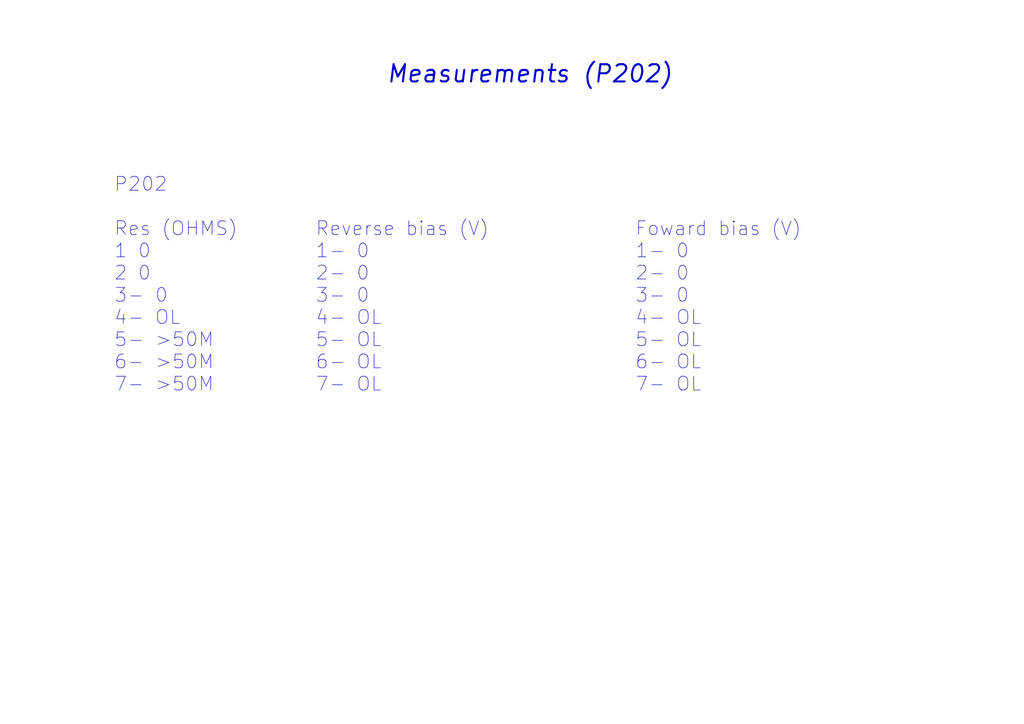
<source format=kicad_sch>
(kicad_sch
	(version 20231120)
	(generator "eeschema")
	(generator_version "8.0")
	(uuid "f26b05a6-2593-47b6-a2fc-0eae23232d18")
	(paper "A4")
	(title_block
		(title "Y BOARD LG PLASMA TV PANEL")
		(date "2025-03-24")
		(rev "1.0")
		(comment 1 "Author: Fábio Pereira da Silva")
		(comment 2 "Measurements (P202)")
	)
	(lib_symbols)
	(text "\n\nFoward bias (V)\n1- 0\n2- 0\n3- 0\n4- OL\n5- OL\n6- OL\n7- OL\n"
		(exclude_from_sim no)
		(at 184.15 82.55 0)
		(effects
			(font
				(size 4 4)
			)
			(justify left)
		)
		(uuid "09e4dc3b-5b20-4835-a9a7-1f0cb336a5e9")
	)
	(text "P202\n\nRes (OHMS)\n1 0\n2 0\n3- 0\n4- OL\n5- >50M\n6- >50M\n7- >50M"
		(exclude_from_sim no)
		(at 33.02 82.55 0)
		(effects
			(font
				(size 4 4)
			)
			(justify left)
		)
		(uuid "6d28a0fa-29f5-452d-aed4-61b6246fd0f1")
	)
	(text "Measurements (P202)"
		(exclude_from_sim no)
		(at 153.67 21.59 0)
		(effects
			(font
				(size 5 5)
				(thickness 0.6)
				(bold yes)
				(italic yes)
			)
		)
		(uuid "a5bb7998-ef2e-448d-b4ed-dec917031755")
	)
	(text "\n\nReverse bias (V)\n1- 0\n2- 0\n3- 0\n4- OL\n5- OL\n6- OL\n7- OL\n"
		(exclude_from_sim no)
		(at 91.44 82.55 0)
		(effects
			(font
				(size 4 4)
			)
			(justify left)
		)
		(uuid "c2a78b1f-cae3-446e-98ab-cafa29e9b5eb")
	)
)

</source>
